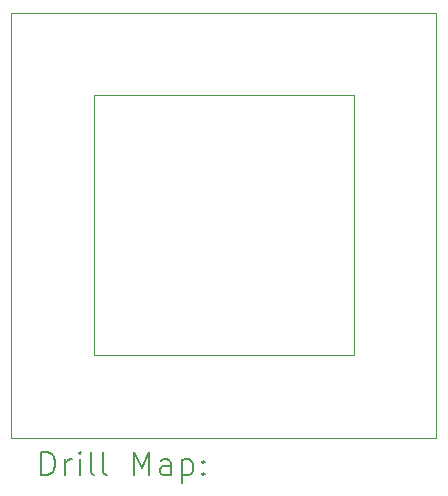
<source format=gbr>
%TF.GenerationSoftware,KiCad,Pcbnew,7.0.9-1.fc39*%
%TF.CreationDate,2023-12-07T10:16:35+00:00*%
%TF.ProjectId,LED PCB V2,4c454420-5043-4422-9056-322e6b696361,rev?*%
%TF.SameCoordinates,Original*%
%TF.FileFunction,Drillmap*%
%TF.FilePolarity,Positive*%
%FSLAX45Y45*%
G04 Gerber Fmt 4.5, Leading zero omitted, Abs format (unit mm)*
G04 Created by KiCad (PCBNEW 7.0.9-1.fc39) date 2023-12-07 10:16:35*
%MOMM*%
%LPD*%
G01*
G04 APERTURE LIST*
%ADD10C,0.100000*%
%ADD11C,0.200000*%
G04 APERTURE END LIST*
D10*
X10400000Y-4800000D02*
X12600000Y-4800000D01*
X12600000Y-7000000D01*
X10400000Y-7000000D01*
X10400000Y-4800000D01*
X9700000Y-4100000D02*
X13300000Y-4100000D01*
X13300000Y-7700000D01*
X9700000Y-7700000D01*
X9700000Y-4100000D01*
D11*
X9955777Y-8016484D02*
X9955777Y-7816484D01*
X9955777Y-7816484D02*
X10003396Y-7816484D01*
X10003396Y-7816484D02*
X10031967Y-7826008D01*
X10031967Y-7826008D02*
X10051015Y-7845055D01*
X10051015Y-7845055D02*
X10060539Y-7864103D01*
X10060539Y-7864103D02*
X10070063Y-7902198D01*
X10070063Y-7902198D02*
X10070063Y-7930769D01*
X10070063Y-7930769D02*
X10060539Y-7968865D01*
X10060539Y-7968865D02*
X10051015Y-7987912D01*
X10051015Y-7987912D02*
X10031967Y-8006960D01*
X10031967Y-8006960D02*
X10003396Y-8016484D01*
X10003396Y-8016484D02*
X9955777Y-8016484D01*
X10155777Y-8016484D02*
X10155777Y-7883150D01*
X10155777Y-7921246D02*
X10165301Y-7902198D01*
X10165301Y-7902198D02*
X10174824Y-7892674D01*
X10174824Y-7892674D02*
X10193872Y-7883150D01*
X10193872Y-7883150D02*
X10212920Y-7883150D01*
X10279586Y-8016484D02*
X10279586Y-7883150D01*
X10279586Y-7816484D02*
X10270063Y-7826008D01*
X10270063Y-7826008D02*
X10279586Y-7835531D01*
X10279586Y-7835531D02*
X10289110Y-7826008D01*
X10289110Y-7826008D02*
X10279586Y-7816484D01*
X10279586Y-7816484D02*
X10279586Y-7835531D01*
X10403396Y-8016484D02*
X10384348Y-8006960D01*
X10384348Y-8006960D02*
X10374824Y-7987912D01*
X10374824Y-7987912D02*
X10374824Y-7816484D01*
X10508158Y-8016484D02*
X10489110Y-8006960D01*
X10489110Y-8006960D02*
X10479586Y-7987912D01*
X10479586Y-7987912D02*
X10479586Y-7816484D01*
X10736729Y-8016484D02*
X10736729Y-7816484D01*
X10736729Y-7816484D02*
X10803396Y-7959341D01*
X10803396Y-7959341D02*
X10870063Y-7816484D01*
X10870063Y-7816484D02*
X10870063Y-8016484D01*
X11051015Y-8016484D02*
X11051015Y-7911722D01*
X11051015Y-7911722D02*
X11041491Y-7892674D01*
X11041491Y-7892674D02*
X11022444Y-7883150D01*
X11022444Y-7883150D02*
X10984348Y-7883150D01*
X10984348Y-7883150D02*
X10965301Y-7892674D01*
X11051015Y-8006960D02*
X11031967Y-8016484D01*
X11031967Y-8016484D02*
X10984348Y-8016484D01*
X10984348Y-8016484D02*
X10965301Y-8006960D01*
X10965301Y-8006960D02*
X10955777Y-7987912D01*
X10955777Y-7987912D02*
X10955777Y-7968865D01*
X10955777Y-7968865D02*
X10965301Y-7949817D01*
X10965301Y-7949817D02*
X10984348Y-7940293D01*
X10984348Y-7940293D02*
X11031967Y-7940293D01*
X11031967Y-7940293D02*
X11051015Y-7930769D01*
X11146253Y-7883150D02*
X11146253Y-8083150D01*
X11146253Y-7892674D02*
X11165301Y-7883150D01*
X11165301Y-7883150D02*
X11203396Y-7883150D01*
X11203396Y-7883150D02*
X11222443Y-7892674D01*
X11222443Y-7892674D02*
X11231967Y-7902198D01*
X11231967Y-7902198D02*
X11241491Y-7921246D01*
X11241491Y-7921246D02*
X11241491Y-7978388D01*
X11241491Y-7978388D02*
X11231967Y-7997436D01*
X11231967Y-7997436D02*
X11222443Y-8006960D01*
X11222443Y-8006960D02*
X11203396Y-8016484D01*
X11203396Y-8016484D02*
X11165301Y-8016484D01*
X11165301Y-8016484D02*
X11146253Y-8006960D01*
X11327205Y-7997436D02*
X11336729Y-8006960D01*
X11336729Y-8006960D02*
X11327205Y-8016484D01*
X11327205Y-8016484D02*
X11317682Y-8006960D01*
X11317682Y-8006960D02*
X11327205Y-7997436D01*
X11327205Y-7997436D02*
X11327205Y-8016484D01*
X11327205Y-7892674D02*
X11336729Y-7902198D01*
X11336729Y-7902198D02*
X11327205Y-7911722D01*
X11327205Y-7911722D02*
X11317682Y-7902198D01*
X11317682Y-7902198D02*
X11327205Y-7892674D01*
X11327205Y-7892674D02*
X11327205Y-7911722D01*
M02*

</source>
